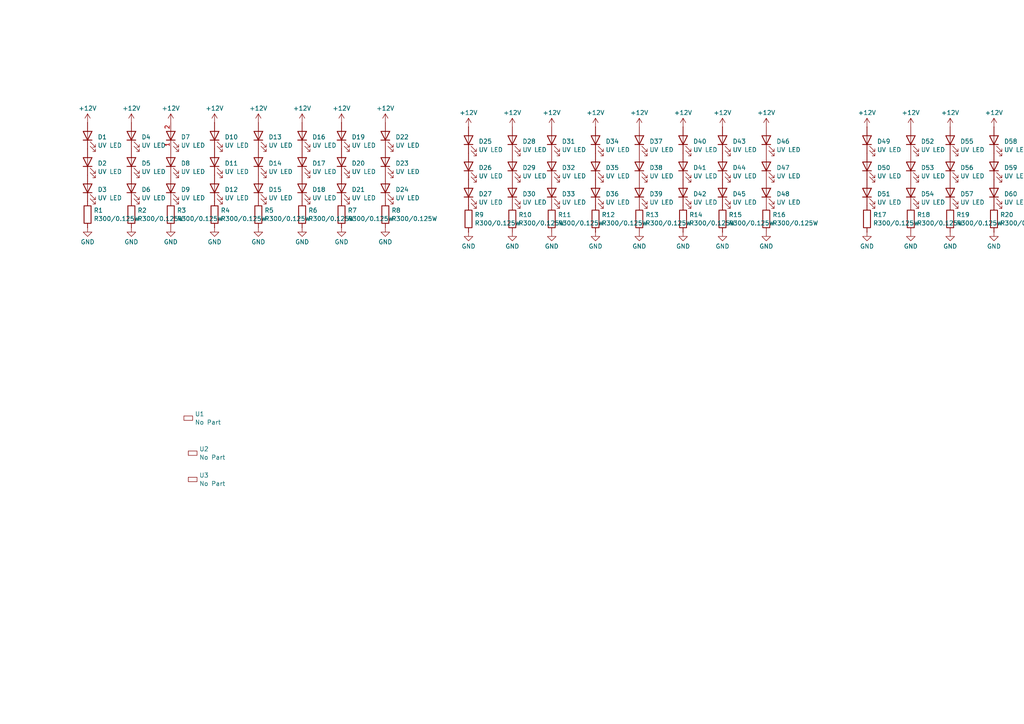
<source format=kicad_sch>
(kicad_sch (version 20231120) (generator "eeschema") (generator_version "8.0")
  (paper "A4")
  (symbol (lib_id "power:+12V") (at 264.16 36.83 0) (unit 1)
    (property "Reference" "#PWR035" (effects (hide yes)))
    (property "Value" "+12V" (at 264.16 32.6969 0))
    (property "Description" "Power symbol creates a global label with name \"+12V\"" (effects (hide yes)))
  )
  (symbol (lib_id "Device:R") (at 373.38 63.5 0) (unit 1)
    (property "Reference" "R25" (at 375.158 62.2878 0) (effects (justify left)))
    (property "Value" "R300/0.125W" (at 375.158 64.7121 0) (effects (justify left)))
    (property "Footprint" "Resistor_SMD:R_0805_2012Metric" (effects (hide yes)))
    (property "Description" "Resistor" (effects (hide yes)))
  )
  (symbol (lib_id "power:GND") (at 288.29 67.31 0) (unit 1)
    (property "Reference" "#PWR040" (effects (hide yes)))
    (property "Value" "GND" (at 288.29 71.4431 0))
    (property "Description" "Power symbol creates a global label with name \"GND\" , ground" (effects (hide yes)))
  )
  (symbol (lib_name "LED_1") (lib_id "Device:LED") (at 49.53 39.37 90) (unit 1)
    (property "Reference" "D7" (at 52.451 39.7453 90) (effects (justify right)))
    (property "Value" "UV LED" (at 52.451 42.1696 90) (effects (justify right)))
    (property "Footprint" "Anyma06:LED_2835_UV-S2-2835UVTA-0.2W" (effects (hide yes)))
    (property "Description" "Light emitting diode" (effects (hide yes)))
    (property "LCSC" "C2827317" (effects (hide yes)))
  )
  (symbol (lib_id "power:+12V") (at 325.12 36.83 0) (unit 1)
    (property "Reference" "#PWR045" (effects (hide yes)))
    (property "Value" "+12V" (at 325.12 32.6969 0))
    (property "Description" "Power symbol creates a global label with name \"+12V\"" (effects (hide yes)))
  )
  (symbol (lib_id "Device:LED") (at 397.51 40.64 90) (unit 1)
    (property "Reference" "D79" (at 400.431 41.0153 90) (effects (justify right)))
    (property "Value" "UV LED" (at 400.431 43.4396 90) (effects (justify right)))
    (property "Footprint" "Anyma06:LED_2835_UV-S2-2835UVTA-0.2W" (effects (hide yes)))
    (property "Description" "Light emitting diode" (effects (hide yes)))
    (property "LCSC" "C2827317" (effects (hide yes)))
  )
  (symbol (lib_id "Device:LED") (at 288.29 48.26 90) (unit 1)
    (property "Reference" "D59" (at 291.211 48.6353 90) (effects (justify right)))
    (property "Value" "UV LED" (at 291.211 51.0596 90) (effects (justify right)))
    (property "Footprint" "Anyma06:LED_2835_UV-S2-2835UVTA-0.2W" (effects (hide yes)))
    (property "Description" "Light emitting diode" (effects (hide yes)))
    (property "LCSC" "C2827317" (effects (hide yes)))
  )
  (symbol (lib_id "Device:LED") (at 74.93 39.37 90) (unit 1)
    (property "Reference" "D13" (at 77.851 39.7453 90) (effects (justify right)))
    (property "Value" "UV LED" (at 77.851 42.1696 90) (effects (justify right)))
    (property "Footprint" "Anyma06:LED_2835_UV-S2-2835UVTA-0.2W" (effects (hide yes)))
    (property "Description" "Light emitting diode" (effects (hide yes)))
    (property "LCSC" "C2827317" (effects (hide yes)))
  )
  (symbol (lib_id "Device:LED") (at 185.42 48.26 90) (unit 1)
    (property "Reference" "D38" (at 188.341 48.6353 90) (effects (justify right)))
    (property "Value" "UV LED" (at 188.341 51.0596 90) (effects (justify right)))
    (property "Footprint" "Anyma06:LED_2835_UV-S2-2835UVTA-0.2W" (effects (hide yes)))
    (property "Description" "Light emitting diode" (effects (hide yes)))
    (property "LCSC" "C2827317" (effects (hide yes)))
  )
  (symbol (lib_id "power:GND") (at 386.08 67.31 0) (unit 1)
    (property "Reference" "#PWR052" (effects (hide yes)))
    (property "Value" "GND" (at 386.08 71.4431 0))
    (property "Description" "Power symbol creates a global label with name \"GND\" , ground" (effects (hide yes)))
  )
  (symbol (lib_id "Device:LED") (at 49.53 46.99 90) (unit 1)
    (property "Reference" "D8" (at 52.451 47.3653 90) (effects (justify right)))
    (property "Value" "UV LED" (at 52.451 49.7896 90) (effects (justify right)))
    (property "Footprint" "Anyma06:LED_2835_UV-S2-2835UVTA-0.2W" (effects (hide yes)))
    (property "Description" "Light emitting diode" (effects (hide yes)))
    (property "LCSC" "C2827317" (effects (hide yes)))
  )
  (symbol (lib_id "Device:LED") (at 313.69 40.64 90) (unit 1)
    (property "Reference" "D64" (at 316.611 41.0153 90) (effects (justify right)))
    (property "Value" "UV LED" (at 316.611 43.4396 90) (effects (justify right)))
    (property "Footprint" "Anyma06:LED_2835_UV-S2-2835UVTA-0.2W" (effects (hide yes)))
    (property "Description" "Light emitting diode" (effects (hide yes)))
    (property "LCSC" "C2827317" (effects (hide yes)))
  )
  (symbol (lib_id "Device:LED") (at 325.12 55.88 90) (unit 1)
    (property "Reference" "D69" (at 328.041 56.2553 90) (effects (justify right)))
    (property "Value" "UV LED" (at 328.041 58.6796 90) (effects (justify right)))
    (property "Footprint" "Anyma06:LED_2835_UV-S2-2835UVTA-0.2W" (effects (hide yes)))
    (property "Description" "Light emitting diode" (effects (hide yes)))
    (property "LCSC" "C2827317" (effects (hide yes)))
  )
  (symbol (lib_id "Device:R") (at 264.16 63.5 0) (unit 1)
    (property "Reference" "R18" (at 265.938 62.2878 0) (effects (justify left)))
    (property "Value" "R300/0.125W" (at 265.938 64.7121 0) (effects (justify left)))
    (property "Footprint" "Resistor_SMD:R_0805_2012Metric" (effects (hide yes)))
    (property "Description" "Resistor" (effects (hide yes)))
  )
  (symbol (lib_id "power:+12V") (at 185.42 36.83 0) (unit 1)
    (property "Reference" "#PWR025" (effects (hide yes)))
    (property "Value" "+12V" (at 185.42 32.6969 0))
    (property "Description" "Power symbol creates a global label with name \"+12V\"" (effects (hide yes)))
  )
  (symbol (lib_id "power:GND") (at 148.59 67.31 0) (unit 1)
    (property "Reference" "#PWR020" (effects (hide yes)))
    (property "Value" "GND" (at 148.59 71.4431 0))
    (property "Description" "Power symbol creates a global label with name \"GND\" , ground" (effects (hide yes)))
  )
  (symbol (lib_id "Device:LED") (at 148.59 48.26 90) (unit 1)
    (property "Reference" "D29" (at 151.511 48.6353 90) (effects (justify right)))
    (property "Value" "UV LED" (at 151.511 51.0596 90) (effects (justify right)))
    (property "Footprint" "Anyma06:LED_2835_UV-S2-2835UVTA-0.2W" (effects (hide yes)))
    (property "Description" "Light emitting diode" (effects (hide yes)))
    (property "LCSC" "C2827317" (effects (hide yes)))
  )
  (symbol (lib_id "power:GND") (at 300.99 67.31 0) (unit 1)
    (property "Reference" "#PWR042" (effects (hide yes)))
    (property "Value" "GND" (at 300.99 71.4431 0))
    (property "Description" "Power symbol creates a global label with name \"GND\" , ground" (effects (hide yes)))
  )
  (symbol (lib_id "Device:R") (at 99.06 62.23 0) (unit 1)
    (property "Reference" "R7" (at 100.838 61.0178 0) (effects (justify left)))
    (property "Value" "R300/0.125W" (at 100.838 63.4421 0) (effects (justify left)))
    (property "Footprint" "Resistor_SMD:R_0805_2012Metric" (effects (hide yes)))
    (property "Description" "Resistor" (effects (hide yes)))
  )
  (symbol (lib_id "power:+12V") (at 87.63 35.56 0) (unit 1)
    (property "Reference" "#PWR011" (effects (hide yes)))
    (property "Value" "+12V" (at 87.63 31.4269 0))
    (property "Description" "Power symbol creates a global label with name \"+12V\"" (effects (hide yes)))
  )
  (symbol (lib_id "power:+12V") (at 38.1 35.56 0) (unit 1)
    (property "Reference" "#PWR03" (effects (hide yes)))
    (property "Value" "+12V" (at 38.1 31.4269 0))
    (property "Description" "Power symbol creates a global label with name \"+12V\"" (effects (hide yes)))
  )
  (symbol (lib_id "power:GND") (at 313.69 67.31 0) (unit 1)
    (property "Reference" "#PWR044" (effects (hide yes)))
    (property "Value" "GND" (at 313.69 71.4431 0))
    (property "Description" "Power symbol creates a global label with name \"GND\" , ground" (effects (hide yes)))
  )
  (symbol (lib_id "power:+12V") (at 99.06 35.56 0) (unit 1)
    (property "Reference" "#PWR013" (effects (hide yes)))
    (property "Value" "+12V" (at 99.06 31.4269 0))
    (property "Description" "Power symbol creates a global label with name \"+12V\"" (effects (hide yes)))
  )
  (symbol (lib_id "Device:LED") (at 111.76 54.61 90) (unit 1)
    (property "Reference" "D24" (at 114.681 54.9853 90) (effects (justify right)))
    (property "Value" "UV LED" (at 114.681 57.4096 90) (effects (justify right)))
    (property "Footprint" "Anyma06:LED_2835_UV-S2-2835UVTA-0.2W" (effects (hide yes)))
    (property "Description" "Light emitting diode" (effects (hide yes)))
    (property "LCSC" "C2827317" (effects (hide yes)))
  )
  (symbol (lib_id "Device:LED") (at 410.21 55.88 90) (unit 1)
    (property "Reference" "D84" (at 413.131 56.2553 90) (effects (justify right)))
    (property "Value" "UV LED" (at 413.131 58.6796 90) (effects (justify right)))
    (property "Footprint" "Anyma06:LED_2835_UV-S2-2835UVTA-0.2W" (effects (hide yes)))
    (property "Description" "Light emitting diode" (effects (hide yes)))
    (property "LCSC" "C2827317" (effects (hide yes)))
  )
  (symbol (lib_id "Device:LED") (at 373.38 40.64 90) (unit 1)
    (property "Reference" "D73" (at 376.301 41.0153 90) (effects (justify right)))
    (property "Value" "UV LED" (at 376.301 43.4396 90) (effects (justify right)))
    (property "Footprint" "Anyma06:LED_2835_UV-S2-2835UVTA-0.2W" (effects (hide yes)))
    (property "Description" "Light emitting diode" (effects (hide yes)))
    (property "LCSC" "C2827317" (effects (hide yes)))
  )
  (symbol (lib_id "Device:LED") (at 135.89 48.26 90) (unit 1)
    (property "Reference" "D26" (at 138.811 48.6353 90) (effects (justify right)))
    (property "Value" "UV LED" (at 138.811 51.0596 90) (effects (justify right)))
    (property "Footprint" "Anyma06:LED_2835_UV-S2-2835UVTA-0.2W" (effects (hide yes)))
    (property "Description" "Light emitting diode" (effects (hide yes)))
    (property "LCSC" "C2827317" (effects (hide yes)))
  )
  (symbol (lib_id "Device:LED") (at 99.06 54.61 90) (unit 1)
    (property "Reference" "D21" (at 101.981 54.9853 90) (effects (justify right)))
    (property "Value" "UV LED" (at 101.981 57.4096 90) (effects (justify right)))
    (property "Footprint" "Anyma06:LED_2835_UV-S2-2835UVTA-0.2W" (effects (hide yes)))
    (property "Description" "Light emitting diode" (effects (hide yes)))
    (property "LCSC" "C2827317" (effects (hide yes)))
  )
  (symbol (lib_id "Device:LED") (at 148.59 40.64 90) (unit 1)
    (property "Reference" "D28" (at 151.511 41.0153 90) (effects (justify right)))
    (property "Value" "UV LED" (at 151.511 43.4396 90) (effects (justify right)))
    (property "Footprint" "Anyma06:LED_2835_UV-S2-2835UVTA-0.2W" (effects (hide yes)))
    (property "Description" "Light emitting diode" (effects (hide yes)))
    (property "LCSC" "C2827317" (effects (hide yes)))
  )
  (symbol (lib_id "power:GND") (at 443.23 35.56 0) (unit 1)
    (property "Reference" "#PWR058" (effects (hide yes)))
    (property "Value" "GND" (at 443.23 39.6931 0))
    (property "Description" "Power symbol creates a global label with name \"GND\" , ground" (effects (hide yes)))
  )
  (symbol (lib_id "power:GND") (at 222.25 67.31 0) (unit 1)
    (property "Reference" "#PWR032" (effects (hide yes)))
    (property "Value" "GND" (at 222.25 71.4431 0))
    (property "Description" "Power symbol creates a global label with name \"GND\" , ground" (effects (hide yes)))
  )
  (symbol (lib_id "power:GND") (at 25.4 66.04 0) (unit 1)
    (property "Reference" "#PWR02" (effects (hide yes)))
    (property "Value" "GND" (at 25.4 70.1731 0))
    (property "Description" "Power symbol creates a global label with name \"GND\" , ground" (effects (hide yes)))
  )
  (symbol (lib_id "power:GND") (at 397.51 67.31 0) (unit 1)
    (property "Reference" "#PWR054" (effects (hide yes)))
    (property "Value" "GND" (at 397.51 71.4431 0))
    (property "Description" "Power symbol creates a global label with name \"GND\" , ground" (effects (hide yes)))
  )
  (symbol (lib_id "Device:R") (at 49.53 62.23 0) (unit 1)
    (property "Reference" "R3" (at 51.308 61.0178 0) (effects (justify left)))
    (property "Value" "R300/0.125W" (at 51.308 63.4421 0) (effects (justify left)))
    (property "Footprint" "Resistor_SMD:R_0805_2012Metric" (effects (hide yes)))
    (property "Description" "Resistor" (effects (hide yes)))
  )
  (symbol (lib_id "power:+12V") (at 468.63 49.53 0) (unit 1)
    (property "Reference" "#PWR063" (effects (hide yes)))
    (property "Value" "+12V" (at 468.63 45.3969 0))
    (property "Description" "Power symbol creates a global label with name \"+12V\"" (effects (hide yes)))
  )
  (symbol (lib_id "power:+12V") (at 62.23 35.56 0) (unit 1)
    (property "Reference" "#PWR07" (effects (hide yes)))
    (property "Value" "+12V" (at 62.23 31.4269 0))
    (property "Description" "Power symbol creates a global label with name \"+12V\"" (effects (hide yes)))
  )
  (symbol (lib_id "Device:LED") (at 209.55 55.88 90) (unit 1)
    (property "Reference" "D45" (at 212.471 56.2553 90) (effects (justify right)))
    (property "Value" "UV LED" (at 212.471 58.6796 90) (effects (justify right)))
    (property "Footprint" "Anyma06:LED_2835_UV-S2-2835UVTA-0.2W" (effects (hide yes)))
    (property "Description" "Light emitting diode" (effects (hide yes)))
    (property "LCSC" "C2827317" (effects (hide yes)))
  )
  (symbol (lib_id "power:+12V") (at 288.29 36.83 0) (unit 1)
    (property "Reference" "#PWR039" (effects (hide yes)))
    (property "Value" "+12V" (at 288.29 32.6969 0))
    (property "Description" "Power symbol creates a global label with name \"+12V\"" (effects (hide yes)))
  )
  (symbol (lib_id "Device:R") (at 25.4 62.23 0) (unit 1)
    (property "Reference" "R1" (at 27.178 61.0178 0) (effects (justify left)))
    (property "Value" "R300/0.125W" (at 27.178 63.4421 0) (effects (justify left)))
    (property "Footprint" "Resistor_SMD:R_0805_2012Metric" (effects (hide yes)))
    (property "Description" "Resistor" (effects (hide yes)))
  )
  (symbol (lib_id "power:+12V") (at 337.82 36.83 0) (unit 1)
    (property "Reference" "#PWR047" (effects (hide yes)))
    (property "Value" "+12V" (at 337.82 32.6969 0))
    (property "Description" "Power symbol creates a global label with name \"+12V\"" (effects (hide yes)))
  )
  (symbol (lib_id "Device:LED") (at 325.12 40.64 90) (unit 1)
    (property "Reference" "D67" (at 328.041 41.0153 90) (effects (justify right)))
    (property "Value" "UV LED" (at 328.041 43.4396 90) (effects (justify right)))
    (property "Footprint" "Anyma06:LED_2835_UV-S2-2835UVTA-0.2W" (effects (hide yes)))
    (property "Description" "Light emitting diode" (effects (hide yes)))
    (property "LCSC" "C2827317" (effects (hide yes)))
  )
  (symbol (lib_id "Device:LED") (at 300.99 48.26 90) (unit 1)
    (property "Reference" "D62" (at 303.911 48.6353 90) (effects (justify right)))
    (property "Value" "UV LED" (at 303.911 51.0596 90) (effects (justify right)))
    (property "Footprint" "Anyma06:LED_2835_UV-S2-2835UVTA-0.2W" (effects (hide yes)))
    (property "Description" "Light emitting diode" (effects (hide yes)))
    (property "LCSC" "C2827317" (effects (hide yes)))
  )
  (symbol (lib_id "Connector_Generic:Conn_01x02") (at 473.71 33.02 0) (unit 1)
    (property "Reference" "J3" (at 475.742 33.0778 0) (effects (justify left)))
    (property "Value" "No Part" (at 475.742 35.5021 0) (effects (justify left)))
    (property "Footprint" "Anyma06:ComboPinhead_02" (effects (hide yes)))
    (property "Description" "Generic connector, single row, 01x02, script generated (kicad-library-utils/schlib/autogen/connector/)" (effects (hide yes)))
  )
  (symbol (lib_id "power:GND") (at 49.53 66.04 0) (unit 1)
    (property "Reference" "#PWR06" (effects (hide yes)))
    (property "Value" "GND" (at 49.53 70.1731 0))
    (property "Description" "Power symbol creates a global label with name \"GND\" , ground" (effects (hide yes)))
  )
  (symbol (lib_id "power:GND") (at 443.23 52.07 0) (unit 1)
    (property "Reference" "#PWR060" (effects (hide yes)))
    (property "Value" "GND" (at 443.23 56.2031 0))
    (property "Description" "Power symbol creates a global label with name \"GND\" , ground" (effects (hide yes)))
  )
  (symbol (lib_id "Device:R") (at 313.69 63.5 0) (unit 1)
    (property "Reference" "R22" (at 315.468 62.2878 0) (effects (justify left)))
    (property "Value" "R300/0.125W" (at 315.468 64.7121 0) (effects (justify left)))
    (property "Footprint" "Resistor_SMD:R_0805_2012Metric" (effects (hide yes)))
    (property "Description" "Resistor" (effects (hide yes)))
  )
  (symbol (lib_id "Device:LED") (at 62.23 54.61 90) (unit 1)
    (property "Reference" "D12" (at 65.151 54.9853 90) (effects (justify right)))
    (property "Value" "UV LED" (at 65.151 57.4096 90) (effects (justify right)))
    (property "Footprint" "Anyma06:LED_2835_UV-S2-2835UVTA-0.2W" (effects (hide yes)))
    (property "Description" "Light emitting diode" (effects (hide yes)))
    (property "LCSC" "C2827317" (effects (hide yes)))
  )
  (symbol (lib_id "Device:LED") (at 275.59 48.26 90) (unit 1)
    (property "Reference" "D56" (at 278.511 48.6353 90) (effects (justify right)))
    (property "Value" "UV LED" (at 278.511 51.0596 90) (effects (justify right)))
    (property "Footprint" "Anyma06:LED_2835_UV-S2-2835UVTA-0.2W" (effects (hide yes)))
    (property "Description" "Light emitting diode" (effects (hide yes)))
    (property "LCSC" "C2827317" (effects (hide yes)))
  )
  (symbol (lib_id "power:GND") (at 38.1 66.04 0) (unit 1)
    (property "Reference" "#PWR04" (effects (hide yes)))
    (property "Value" "GND" (at 38.1 70.1731 0))
    (property "Description" "Power symbol creates a global label with name \"GND\" , ground" (effects (hide yes)))
  )
  (symbol (lib_id "Device:R") (at 410.21 63.5 0) (unit 1)
    (property "Reference" "R28" (at 411.988 62.2878 0) (effects (justify left)))
    (property "Value" "R300/0.125W" (at 411.988 64.7121 0) (effects (justify left)))
    (property "Footprint" "Resistor_SMD:R_0805_2012Metric" (effects (hide yes)))
    (property "Description" "Resistor" (effects (hide yes)))
  )
  (symbol (lib_id "Device:LED") (at 99.06 39.37 90) (unit 1)
    (property "Reference" "D19" (at 101.981 39.7453 90) (effects (justify right)))
    (property "Value" "UV LED" (at 101.981 42.1696 90) (effects (justify right)))
    (property "Footprint" "Anyma06:LED_2835_UV-S2-2835UVTA-0.2W" (effects (hide yes)))
    (property "Description" "Light emitting diode" (effects (hide yes)))
    (property "LCSC" "C2827317" (effects (hide yes)))
  )
  (symbol (lib_id "Device:LED") (at 251.46 40.64 90) (unit 1)
    (property "Reference" "D49" (at 254.381 41.0153 90) (effects (justify right)))
    (property "Value" "UV LED" (at 254.381 43.4396 90) (effects (justify right)))
    (property "Footprint" "Anyma06:LED_2835_UV-S2-2835UVTA-0.2W" (effects (hide yes)))
    (property "Description" "Light emitting diode" (effects (hide yes)))
    (property "LCSC" "C2827317" (effects (hide yes)))
  )
  (symbol (lib_id "Device:LED") (at 386.08 55.88 90) (unit 1)
    (property "Reference" "D78" (at 389.001 56.2553 90) (effects (justify right)))
    (property "Value" "UV LED" (at 389.001 58.6796 90) (effects (justify right)))
    (property "Footprint" "Anyma06:LED_2835_UV-S2-2835UVTA-0.2W" (effects (hide yes)))
    (property "Description" "Light emitting diode" (effects (hide yes)))
    (property "LCSC" "C2827317" (effects (hide yes)))
  )
  (symbol (lib_id "Device:R") (at 198.12 63.5 0) (unit 1)
    (property "Reference" "R14" (at 199.898 62.2878 0) (effects (justify left)))
    (property "Value" "R300/0.125W" (at 199.898 64.7121 0) (effects (justify left)))
    (property "Footprint" "Resistor_SMD:R_0805_2012Metric" (effects (hide yes)))
    (property "Description" "Resistor" (effects (hide yes)))
  )
  (symbol (lib_id "Device:R") (at 275.59 63.5 0) (unit 1)
    (property "Reference" "R19" (at 277.368 62.2878 0) (effects (justify left)))
    (property "Value" "R300/0.125W" (at 277.368 64.7121 0) (effects (justify left)))
    (property "Footprint" "Resistor_SMD:R_0805_2012Metric" (effects (hide yes)))
    (property "Description" "Resistor" (effects (hide yes)))
  )
  (symbol (lib_id "Device:R") (at 251.46 63.5 0) (unit 1)
    (property "Reference" "R17" (at 253.238 62.2878 0) (effects (justify left)))
    (property "Value" "R300/0.125W" (at 253.238 64.7121 0) (effects (justify left)))
    (property "Footprint" "Resistor_SMD:R_0805_2012Metric" (effects (hide yes)))
    (property "Description" "Resistor" (effects (hide yes)))
  )
  (symbol (lib_id "Device:LED") (at 74.93 46.99 90) (unit 1)
    (property "Reference" "D14" (at 77.851 47.3653 90) (effects (justify right)))
    (property "Value" "UV LED" (at 77.851 49.7896 90) (effects (justify right)))
    (property "Footprint" "Anyma06:LED_2835_UV-S2-2835UVTA-0.2W" (effects (hide yes)))
    (property "Description" "Light emitting diode" (effects (hide yes)))
    (property "LCSC" "C2827317" (effects (hide yes)))
  )
  (symbol (lib_id "Device:R") (at 172.72 63.5 0) (unit 1)
    (property "Reference" "R12" (at 174.498 62.2878 0) (effects (justify left)))
    (property "Value" "R300/0.125W" (at 174.498 64.7121 0) (effects (justify left)))
    (property "Footprint" "Resistor_SMD:R_0805_2012Metric" (effects (hide yes)))
    (property "Description" "Resistor" (effects (hide yes)))
  )
  (symbol (lib_id "power:GND") (at 87.63 66.04 0) (unit 1)
    (property "Reference" "#PWR012" (effects (hide yes)))
    (property "Value" "GND" (at 87.63 70.1731 0))
    (property "Description" "Power symbol creates a global label with name \"GND\" , ground" (effects (hide yes)))
  )
  (symbol (lib_id "power:GND") (at 275.59 67.31 0) (unit 1)
    (property "Reference" "#PWR038" (effects (hide yes)))
    (property "Value" "GND" (at 275.59 71.4431 0))
    (property "Description" "Power symbol creates a global label with name \"GND\" , ground" (effects (hide yes)))
  )
  (symbol (lib_id "Device:R") (at 222.25 63.5 0) (unit 1)
    (property "Reference" "R16" (at 224.028 62.2878 0) (effects (justify left)))
    (property "Value" "R300/0.125W" (at 224.028 64.7121 0) (effects (justify left)))
    (property "Footprint" "Resistor_SMD:R_0805_2012Metric" (effects (hide yes)))
    (property "Description" "Resistor" (effects (hide yes)))
  )
  (symbol (lib_id "Device:LED") (at 148.59 55.88 90) (unit 1)
    (property "Reference" "D30" (at 151.511 56.2553 90) (effects (justify right)))
    (property "Value" "UV LED" (at 151.511 58.6796 90) (effects (justify right)))
    (property "Footprint" "Anyma06:LED_2835_UV-S2-2835UVTA-0.2W" (effects (hide yes)))
    (property "Description" "Light emitting diode" (effects (hide yes)))
    (property "LCSC" "C2827317" (effects (hide yes)))
  )
  (symbol (lib_id "Device:R") (at 185.42 63.5 0) (unit 1)
    (property "Reference" "R13" (at 187.198 62.2878 0) (effects (justify left)))
    (property "Value" "R300/0.125W" (at 187.198 64.7121 0) (effects (justify left)))
    (property "Footprint" "Resistor_SMD:R_0805_2012Metric" (effects (hide yes)))
    (property "Description" "Resistor" (effects (hide yes)))
  )
  (symbol (lib_id "Device:LED") (at 25.4 39.37 90) (unit 1)
    (property "Reference" "D1" (at 28.321 39.7453 90) (effects (justify right)))
    (property "Value" "UV LED" (at 28.321 42.1696 90) (effects (justify right)))
    (property "Footprint" "Anyma06:LED_2835_UV-S2-2835UVTA-0.2W" (effects (hide yes)))
    (property "Description" "Light emitting diode" (effects (hide yes)))
    (property "LCSC" "C2827317" (effects (hide yes)))
  )
  (symbol (lib_id "Device:R") (at 209.55 63.5 0) (unit 1)
    (property "Reference" "R15" (at 211.328 62.2878 0) (effects (justify left)))
    (property "Value" "R300/0.125W" (at 211.328 64.7121 0) (effects (justify left)))
    (property "Footprint" "Resistor_SMD:R_0805_2012Metric" (effects (hide yes)))
    (property "Description" "Resistor" (effects (hide yes)))
  )
  (symbol (lib_id "Device:LED") (at 373.38 55.88 90) (unit 1)
    (property "Reference" "D75" (at 376.301 56.2553 90) (effects (justify right)))
    (property "Value" "UV LED" (at 376.301 58.6796 90) (effects (justify right)))
    (property "Footprint" "Anyma06:LED_2835_UV-S2-2835UVTA-0.2W" (effects (hide yes)))
    (property "Description" "Light emitting diode" (effects (hide yes)))
    (property "LCSC" "C2827317" (effects (hide yes)))
  )
  (symbol (lib_id "Device:LED") (at 38.1 54.61 90) (unit 1)
    (property "Reference" "D6" (at 41.021 54.9853 90) (effects (justify right)))
    (property "Value" "UV LED" (at 41.021 57.4096 90) (effects (justify right)))
    (property "Footprint" "Anyma06:LED_2835_UV-S2-2835UVTA-0.2W" (effects (hide yes)))
    (property "Description" "Light emitting diode" (effects (hide yes)))
    (property "LCSC" "C2827317" (effects (hide yes)))
  )
  (symbol (lib_id "Device:LED") (at 300.99 40.64 90) (unit 1)
    (property "Reference" "D61" (at 303.911 41.0153 90) (effects (justify right)))
    (property "Value" "UV LED" (at 303.911 43.4396 90) (effects (justify right)))
    (property "Footprint" "Anyma06:LED_2835_UV-S2-2835UVTA-0.2W" (effects (hide yes)))
    (property "Description" "Light emitting diode" (effects (hide yes)))
    (property "LCSC" "C2827317" (effects (hide yes)))
  )
  (symbol (lib_id "power:+12V") (at 313.69 36.83 0) (unit 1)
    (property "Reference" "#PWR043" (effects (hide yes)))
    (property "Value" "+12V" (at 313.69 32.6969 0))
    (property "Description" "Power symbol creates a global label with name \"+12V\"" (effects (hide yes)))
  )
  (symbol (lib_id "Device:LED") (at 251.46 48.26 90) (unit 1)
    (property "Reference" "D50" (at 254.381 48.6353 90) (effects (justify right)))
    (property "Value" "UV LED" (at 254.381 51.0596 90) (effects (justify right)))
    (property "Footprint" "Anyma06:LED_2835_UV-S2-2835UVTA-0.2W" (effects (hide yes)))
    (property "Description" "Light emitting diode" (effects (hide yes)))
    (property "LCSC" "C2827317" (effects (hide yes)))
  )
  (symbol (lib_id "power:+12V") (at 275.59 36.83 0) (unit 1)
    (property "Reference" "#PWR037" (effects (hide yes)))
    (property "Value" "+12V" (at 275.59 32.6969 0))
    (property "Description" "Power symbol creates a global label with name \"+12V\"" (effects (hide yes)))
  )
  (symbol (lib_id "power:+12V") (at 410.21 36.83 0) (unit 1)
    (property "Reference" "#PWR055" (effects (hide yes)))
    (property "Value" "+12V" (at 410.21 32.6969 0))
    (property "Description" "Power symbol creates a global label with name \"+12V\"" (effects (hide yes)))
  )
  (symbol (lib_id "Device:LED") (at 313.69 55.88 90) (unit 1)
    (property "Reference" "D66" (at 316.611 56.2553 90) (effects (justify right)))
    (property "Value" "UV LED" (at 316.611 58.6796 90) (effects (justify right)))
    (property "Footprint" "Anyma06:LED_2835_UV-S2-2835UVTA-0.2W" (effects (hide yes)))
    (property "Description" "Light emitting diode" (effects (hide yes)))
    (property "LCSC" "C2827317" (effects (hide yes)))
  )
  (symbol (lib_id "Device:R") (at 337.82 63.5 0) (unit 1)
    (property "Reference" "R24" (at 339.598 62.2878 0) (effects (justify left)))
    (property "Value" "R300/0.125W" (at 339.598 64.7121 0) (effects (justify left)))
    (property "Footprint" "Resistor_SMD:R_0805_2012Metric" (effects (hide yes)))
    (property "Description" "Resistor" (effects (hide yes)))
  )
  (symbol (lib_id "power:+12V") (at 443.23 49.53 0) (unit 1)
    (property "Reference" "#PWR059" (effects (hide yes)))
    (property "Value" "+12V" (at 443.23 45.3969 0))
    (property "Description" "Power symbol creates a global label with name \"+12V\"" (effects (hide yes)))
  )
  (symbol (lib_id "power:+12V") (at 135.89 36.83 0) (unit 1)
    (property "Reference" "#PWR017" (effects (hide yes)))
    (property "Value" "+12V" (at 135.89 32.6969 0))
    (property "Description" "Power symbol creates a global label with name \"+12V\"" (effects (hide yes)))
  )
  (symbol (lib_id "Device:LED") (at 325.12 48.26 90) (unit 1)
    (property "Reference" "D68" (at 328.041 48.6353 90) (effects (justify right)))
    (property "Value" "UV LED" (at 328.041 51.0596 90) (effects (justify right)))
    (property "Footprint" "Anyma06:LED_2835_UV-S2-2835UVTA-0.2W" (effects (hide yes)))
    (property "Description" "Light emitting diode" (effects (hide yes)))
    (property "LCSC" "C2827317" (effects (hide yes)))
  )
  (symbol (lib_id "Device:R") (at 38.1 62.23 0) (unit 1)
    (property "Reference" "R2" (at 39.878 61.0178 0) (effects (justify left)))
    (property "Value" "R300/0.125W" (at 39.878 63.4421 0) (effects (justify left)))
    (property "Footprint" "Resistor_SMD:R_0805_2012Metric" (effects (hide yes)))
    (property "Description" "Resistor" (effects (hide yes)))
  )
  (symbol (lib_id "Device:LED") (at 87.63 39.37 90) (unit 1)
    (property "Reference" "D16" (at 90.551 39.7453 90) (effects (justify right)))
    (property "Value" "UV LED" (at 90.551 42.1696 90) (effects (justify right)))
    (property "Footprint" "Anyma06:LED_2835_UV-S2-2835UVTA-0.2W" (effects (hide yes)))
    (property "Description" "Light emitting diode" (effects (hide yes)))
    (property "LCSC" "C2827317" (effects (hide yes)))
  )
  (symbol (lib_id "Device:LED") (at 397.51 55.88 90) (unit 1)
    (property "Reference" "D81" (at 400.431 56.2553 90) (effects (justify right)))
    (property "Value" "UV LED" (at 400.431 58.6796 90) (effects (justify right)))
    (property "Footprint" "Anyma06:LED_2835_UV-S2-2835UVTA-0.2W" (effects (hide yes)))
    (property "Description" "Light emitting diode" (effects (hide yes)))
    (property "LCSC" "C2827317" (effects (hide yes)))
  )
  (symbol (lib_id "Device:LED") (at 135.89 55.88 90) (unit 1)
    (property "Reference" "D27" (at 138.811 56.2553 90) (effects (justify right)))
    (property "Value" "UV LED" (at 138.811 58.6796 90) (effects (justify right)))
    (property "Footprint" "Anyma06:LED_2835_UV-S2-2835UVTA-0.2W" (effects (hide yes)))
    (property "Description" "Light emitting diode" (effects (hide yes)))
    (property "LCSC" "C2827317" (effects (hide yes)))
  )
  (symbol (lib_id "power:GND") (at 172.72 67.31 0) (unit 1)
    (property "Reference" "#PWR024" (effects (hide yes)))
    (property "Value" "GND" (at 172.72 71.4431 0))
    (property "Description" "Power symbol creates a global label with name \"GND\" , ground" (effects (hide yes)))
  )
  (symbol (lib_id "power:+12V") (at 49.53 35.56 0) (unit 1)
    (property "Reference" "#PWR05" (effects (hide yes)))
    (property "Value" "+12V" (at 49.53 31.4269 0))
    (property "Description" "Power symbol creates a global label with name \"+12V\"" (effects (hide yes)))
  )
  (symbol (lib_id "Device:LED") (at 160.02 55.88 90) (unit 1)
    (property "Reference" "D33" (at 162.941 56.2553 90) (effects (justify right)))
    (property "Value" "UV LED" (at 162.941 58.6796 90) (effects (justify right)))
    (property "Footprint" "Anyma06:LED_2835_UV-S2-2835UVTA-0.2W" (effects (hide yes)))
    (property "Description" "Light emitting diode" (effects (hide yes)))
    (property "LCSC" "C2827317" (effects (hide yes)))
  )
  (symbol (lib_id "power:+12V") (at 111.76 35.56 0) (unit 1)
    (property "Reference" "#PWR015" (effects (hide yes)))
    (property "Value" "+12V" (at 111.76 31.4269 0))
    (property "Description" "Power symbol creates a global label with name \"+12V\"" (effects (hide yes)))
  )
  (symbol (lib_id "power:+12V") (at 209.55 36.83 0) (unit 1)
    (property "Reference" "#PWR029" (effects (hide yes)))
    (property "Value" "+12V" (at 209.55 32.6969 0))
    (property "Description" "Power symbol creates a global label with name \"+12V\"" (effects (hide yes)))
  )
  (symbol (lib_id "Device:R") (at 74.93 62.23 0) (unit 1)
    (property "Reference" "R5" (at 76.708 61.0178 0) (effects (justify left)))
    (property "Value" "R300/0.125W" (at 76.708 63.4421 0) (effects (justify left)))
    (property "Footprint" "Resistor_SMD:R_0805_2012Metric" (effects (hide yes)))
    (property "Description" "Resistor" (effects (hide yes)))
  )
  (symbol (lib_id "Anyma_Library:LOGO") (at 54.61 123.19 0) (unit 1)
    (property "Reference" "U1" (at 56.515 120.0728 0) (effects (justify left)))
    (property "Value" "No Part" (at 56.515 122.4971 0) (effects (justify left)))
    (property "Footprint" "anyma_footprints:logo_aetz_box" (effects (hide yes)))
  )
  (symbol (lib_id "Connector_Generic:Conn_01x02") (at 473.71 49.53 0) (unit 1)
    (property "Reference" "J4" (at 475.742 49.5878 0) (effects (justify left)))
    (property "Value" "No Part" (at 475.742 52.0121 0) (effects (justify left)))
    (property "Footprint" "Anyma06:ComboPinhead_02" (effects (hide yes)))
    (property "Description" "Generic connector, single row, 01x02, script generated (kicad-library-utils/schlib/autogen/connector/)" (effects (hide yes)))
  )
  (symbol (lib_id "Device:LED") (at 49.53 54.61 90) (unit 1)
    (property "Reference" "D9" (at 52.451 54.9853 90) (effects (justify right)))
    (property "Value" "UV LED" (at 52.451 57.4096 90) (effects (justify right)))
    (property "Footprint" "Anyma06:LED_2835_UV-S2-2835UVTA-0.2W" (effects (hide yes)))
    (property "Description" "Light emitting diode" (effects (hide yes)))
    (property "LCSC" "C2827317" (effects (hide yes)))
  )
  (symbol (lib_id "Device:LED") (at 87.63 54.61 90) (unit 1)
    (property "Reference" "D18" (at 90.551 54.9853 90) (effects (justify right)))
    (property "Value" "UV LED" (at 90.551 57.4096 90) (effects (justify right)))
    (property "Footprint" "Anyma06:LED_2835_UV-S2-2835UVTA-0.2W" (effects (hide yes)))
    (property "Description" "Light emitting diode" (effects (hide yes)))
    (property "LCSC" "C2827317" (effects (hide yes)))
  )
  (symbol (lib_id "Device:LED") (at 185.42 40.64 90) (unit 1)
    (property "Reference" "D37" (at 188.341 41.0153 90) (effects (justify right)))
    (property "Value" "UV LED" (at 188.341 43.4396 90) (effects (justify right)))
    (property "Footprint" "Anyma06:LED_2835_UV-S2-2835UVTA-0.2W" (effects (hide yes)))
    (property "Description" "Light emitting diode" (effects (hide yes)))
    (property "LCSC" "C2827317" (effects (hide yes)))
  )
  (symbol (lib_id "power:GND") (at 410.21 67.31 0) (unit 1)
    (property "Reference" "#PWR056" (effects (hide yes)))
    (property "Value" "GND" (at 410.21 71.4431 0))
    (property "Description" "Power symbol creates a global label with name \"GND\" , ground" (effects (hide yes)))
  )
  (symbol (lib_id "Device:LED") (at 135.89 40.64 90) (unit 1)
    (property "Reference" "D25" (at 138.811 41.0153 90) (effects (justify right)))
    (property "Value" "UV LED" (at 138.811 43.4396 90) (effects (justify right)))
    (property "Footprint" "Anyma06:LED_2835_UV-S2-2835UVTA-0.2W" (effects (hide yes)))
    (property "Description" "Light emitting diode" (effects (hide yes)))
    (property "LCSC" "C2827317" (effects (hide yes)))
  )
  (symbol (lib_id "Device:LED") (at 62.23 39.37 90) (unit 1)
    (property "Reference" "D10" (at 65.151 39.7453 90) (effects (justify right)))
    (property "Value" "UV LED" (at 65.151 42.1696 90) (effects (justify right)))
    (property "Footprint" "Anyma06:LED_2835_UV-S2-2835UVTA-0.2W" (effects (hide yes)))
    (property "Description" "Light emitting diode" (effects (hide yes)))
    (property "LCSC" "C2827317" (effects (hide yes)))
  )
  (symbol (lib_id "Connector_Generic:Conn_01x02") (at 448.31 49.53 0) (unit 1)
    (property "Reference" "J2" (at 450.342 49.5878 0) (effects (justify left)))
    (property "Value" "No Part" (at 450.342 52.0121 0) (effects (justify left)))
    (property "Footprint" "Anyma06:ComboPinhead_02" (effects (hide yes)))
    (property "Description" "Generic connector, single row, 01x02, script generated (kicad-library-utils/schlib/autogen/connector/)" (effects (hide yes)))
  )
  (symbol (lib_id "Device:LED") (at 410.21 48.26 90) (unit 1)
    (property "Reference" "D83" (at 413.131 48.6353 90) (effects (justify right)))
    (property "Value" "UV LED" (at 413.131 51.0596 90) (effects (justify right)))
    (property "Footprint" "Anyma06:LED_2835_UV-S2-2835UVTA-0.2W" (effects (hide yes)))
    (property "Description" "Light emitting diode" (effects (hide yes)))
    (property "LCSC" "C2827317" (effects (hide yes)))
  )
  (symbol (lib_id "Device:LED") (at 222.25 48.26 90) (unit 1)
    (property "Reference" "D47" (at 225.171 48.6353 90) (effects (justify right)))
    (property "Value" "UV LED" (at 225.171 51.0596 90) (effects (justify right)))
    (property "Footprint" "Anyma06:LED_2835_UV-S2-2835UVTA-0.2W" (effects (hide yes)))
    (property "Description" "Light emitting diode" (effects (hide yes)))
    (property "LCSC" "C2827317" (effects (hide yes)))
  )
  (symbol (lib_id "power:GND") (at 99.06 66.04 0) (unit 1)
    (property "Reference" "#PWR014" (effects (hide yes)))
    (property "Value" "GND" (at 99.06 70.1731 0))
    (property "Description" "Power symbol creates a global label with name \"GND\" , ground" (effects (hide yes)))
  )
  (symbol (lib_id "Device:LED") (at 111.76 46.99 90) (unit 1)
    (property "Reference" "D23" (at 114.681 47.3653 90) (effects (justify right)))
    (property "Value" "UV LED" (at 114.681 49.7896 90) (effects (justify right)))
    (property "Footprint" "Anyma06:LED_2835_UV-S2-2835UVTA-0.2W" (effects (hide yes)))
    (property "Description" "Light emitting diode" (effects (hide yes)))
    (property "LCSC" "C2827317" (effects (hide yes)))
  )
  (symbol (lib_id "Device:LED") (at 25.4 46.99 90) (unit 1)
    (property "Reference" "D2" (at 28.321 47.3653 90) (effects (justify right)))
    (property "Value" "UV LED" (at 28.321 49.7896 90) (effects (justify right)))
    (property "Footprint" "Anyma06:LED_2835_UV-S2-2835UVTA-0.2W" (effects (hide yes)))
    (property "Description" "Light emitting diode" (effects (hide yes)))
    (property "LCSC" "C2827317" (effects (hide yes)))
  )
  (symbol (lib_id "Device:LED") (at 337.82 48.26 90) (unit 1)
    (property "Reference" "D71" (at 340.741 48.6353 90) (effects (justify right)))
    (property "Value" "UV LED" (at 340.741 51.0596 90) (effects (justify right)))
    (property "Footprint" "Anyma06:LED_2835_UV-S2-2835UVTA-0.2W" (effects (hide yes)))
    (property "Description" "Light emitting diode" (effects (hide yes)))
    (property "LCSC" "C2827317" (effects (hide yes)))
  )
  (symbol (lib_id "power:+12V") (at 222.25 36.83 0) (unit 1)
    (property "Reference" "#PWR031" (effects (hide yes)))
    (property "Value" "+12V" (at 222.25 32.6969 0))
    (property "Description" "Power symbol creates a global label with name \"+12V\"" (effects (hide yes)))
  )
  (symbol (lib_id "power:+12V") (at 198.12 36.83 0) (unit 1)
    (property "Reference" "#PWR027" (effects (hide yes)))
    (property "Value" "+12V" (at 198.12 32.6969 0))
    (property "Description" "Power symbol creates a global label with name \"+12V\"" (effects (hide yes)))
  )
  (symbol (lib_id "Connector_Generic:Conn_01x02") (at 448.31 33.02 0) (unit 1)
    (property "Reference" "J1" (at 450.342 33.0778 0) (effects (justify left)))
    (property "Value" "No Part" (at 450.342 35.5021 0) (effects (justify left)))
    (property "Footprint" "Anyma06:ComboPinhead_02" (effects (hide yes)))
    (property "Description" "Generic connector, single row, 01x02, script generated (kicad-library-utils/schlib/autogen/connector/)" (effects (hide yes)))
  )
  (symbol (lib_id "Device:LED") (at 172.72 48.26 90) (unit 1)
    (property "Reference" "D35" (at 175.641 48.6353 90) (effects (justify right)))
    (property "Value" "UV LED" (at 175.641 51.0596 90) (effects (justify right)))
    (property "Footprint" "Anyma06:LED_2835_UV-S2-2835UVTA-0.2W" (effects (hide yes)))
    (property "Description" "Light emitting diode" (effects (hide yes)))
    (property "LCSC" "C2827317" (effects (hide yes)))
  )
  (symbol (lib_id "power:GND") (at 251.46 67.31 0) (unit 1)
    (property "Reference" "#PWR034" (effects (hide yes)))
    (property "Value" "GND" (at 251.46 71.4431 0))
    (property "Description" "Power symbol creates a global label with name \"GND\" , ground" (effects (hide yes)))
  )
  (symbol (lib_id "Device:LED") (at 185.42 55.88 90) (unit 1)
    (property "Reference" "D39" (at 188.341 56.2553 90) (effects (justify right)))
    (property "Value" "UV LED" (at 188.341 58.6796 90) (effects (justify right)))
    (property "Footprint" "Anyma06:LED_2835_UV-S2-2835UVTA-0.2W" (effects (hide yes)))
    (property "Description" "Light emitting diode" (effects (hide yes)))
    (property "LCSC" "C2827317" (effects (hide yes)))
  )
  (symbol (lib_id "Device:LED") (at 264.16 48.26 90) (unit 1)
    (property "Reference" "D53" (at 267.081 48.6353 90) (effects (justify right)))
    (property "Value" "UV LED" (at 267.081 51.0596 90) (effects (justify right)))
    (property "Footprint" "Anyma06:LED_2835_UV-S2-2835UVTA-0.2W" (effects (hide yes)))
    (property "Description" "Light emitting diode" (effects (hide yes)))
    (property "LCSC" "C2827317" (effects (hide yes)))
  )
  (symbol (lib_id "power:GND") (at 325.12 67.31 0) (unit 1)
    (property "Reference" "#PWR046" (effects (hide yes)))
    (property "Value" "GND" (at 325.12 71.4431 0))
    (property "Description" "Power symbol creates a global label with name \"GND\" , ground" (effects (hide yes)))
  )
  (symbol (lib_id "Device:LED") (at 198.12 55.88 90) (unit 1)
    (property "Reference" "D42" (at 201.041 56.2553 90) (effects (justify right)))
    (property "Value" "UV LED" (at 201.041 58.6796 90) (effects (justify right)))
    (property "Footprint" "Anyma06:LED_2835_UV-S2-2835UVTA-0.2W" (effects (hide yes)))
    (property "Description" "Light emitting diode" (effects (hide yes)))
    (property "LCSC" "C2827317" (effects (hide yes)))
  )
  (symbol (lib_id "power:+12V") (at 373.38 36.83 0) (unit 1)
    (property "Reference" "#PWR049" (effects (hide yes)))
    (property "Value" "+12V" (at 373.38 32.6969 0))
    (property "Description" "Power symbol creates a global label with name \"+12V\"" (effects (hide yes)))
  )
  (symbol (lib_id "Device:LED") (at 160.02 40.64 90) (unit 1)
    (property "Reference" "D31" (at 162.941 41.0153 90) (effects (justify right)))
    (property "Value" "UV LED" (at 162.941 43.4396 90) (effects (justify right)))
    (property "Footprint" "Anyma06:LED_2835_UV-S2-2835UVTA-0.2W" (effects (hide yes)))
    (property "Description" "Light emitting diode" (effects (hide yes)))
    (property "LCSC" "C2827317" (effects (hide yes)))
  )
  (symbol (lib_id "Device:LED") (at 275.59 40.64 90) (unit 1)
    (property "Reference" "D55" (at 278.511 41.0153 90) (effects (justify right)))
    (property "Value" "UV LED" (at 278.511 43.4396 90) (effects (justify right)))
    (property "Footprint" "Anyma06:LED_2835_UV-S2-2835UVTA-0.2W" (effects (hide yes)))
    (property "Description" "Light emitting diode" (effects (hide yes)))
    (property "LCSC" "C2827317" (effects (hide yes)))
  )
  (symbol (lib_id "Device:R") (at 397.51 63.5 0) (unit 1)
    (property "Reference" "R27" (at 399.288 62.2878 0) (effects (justify left)))
    (property "Value" "R300/0.125W" (at 399.288 64.7121 0) (effects (justify left)))
    (property "Footprint" "Resistor_SMD:R_0805_2012Metric" (effects (hide yes)))
    (property "Description" "Resistor" (effects (hide yes)))
  )
  (symbol (lib_id "Device:LED") (at 251.46 55.88 90) (unit 1)
    (property "Reference" "D51" (at 254.381 56.2553 90) (effects (justify right)))
    (property "Value" "UV LED" (at 254.381 58.6796 90) (effects (justify right)))
    (property "Footprint" "Anyma06:LED_2835_UV-S2-2835UVTA-0.2W" (effects (hide yes)))
    (property "Description" "Light emitting diode" (effects (hide yes)))
    (property "LCSC" "C2827317" (effects (hide yes)))
  )
  (symbol (lib_id "power:GND") (at 264.16 67.31 0) (unit 1)
    (property "Reference" "#PWR036" (effects (hide yes)))
    (property "Value" "GND" (at 264.16 71.4431 0))
    (property "Description" "Power symbol creates a global label with name \"GND\" , ground" (effects (hide yes)))
  )
  (symbol (lib_id "Device:R") (at 300.99 63.5 0) (unit 1)
    (property "Reference" "R21" (at 302.768 62.2878 0) (effects (justify left)))
    (property "Value" "R300/0.125W" (at 302.768 64.7121 0) (effects (justify left)))
    (property "Footprint" "Resistor_SMD:R_0805_2012Metric" (effects (hide yes)))
    (property "Description" "Resistor" (effects (hide yes)))
  )
  (symbol (lib_id "Device:LED") (at 160.02 48.26 90) (unit 1)
    (property "Reference" "D32" (at 162.941 48.6353 90) (effects (justify right)))
    (property "Value" "UV LED" (at 162.941 51.0596 90) (effects (justify right)))
    (property "Footprint" "Anyma06:LED_2835_UV-S2-2835UVTA-0.2W" (effects (hide yes)))
    (property "Description" "Light emitting diode" (effects (hide yes)))
    (property "LCSC" "C2827317" (effects (hide yes)))
  )
  (symbol (lib_id "Device:LED") (at 172.72 40.64 90) (unit 1)
    (property "Reference" "D34" (at 175.641 41.0153 90) (effects (justify right)))
    (property "Value" "UV LED" (at 175.641 43.4396 90) (effects (justify right)))
    (property "Footprint" "Anyma06:LED_2835_UV-S2-2835UVTA-0.2W" (effects (hide yes)))
    (property "Description" "Light emitting diode" (effects (hide yes)))
    (property "LCSC" "C2827317" (effects (hide yes)))
  )
  (symbol (lib_id "power:+12V") (at 468.63 33.02 0) (unit 1)
    (property "Reference" "#PWR061" (effects (hide yes)))
    (property "Value" "+12V" (at 468.63 28.8869 0))
    (property "Description" "Power symbol creates a global label with name \"+12V\"" (effects (hide yes)))
  )
  (symbol (lib_id "Device:LED") (at 38.1 39.37 90) (unit 1)
    (property "Reference" "D4" (at 41.021 39.7453 90) (effects (justify right)))
    (property "Value" "UV LED" (at 41.021 42.1696 90) (effects (justify right)))
    (property "Footprint" "Anyma06:LED_2835_UV-S2-2835UVTA-0.2W" (effects (hide yes)))
    (property "Description" "Light emitting diode" (effects (hide yes)))
    (property "LCSC" "C2827317" (effects (hide yes)))
  )
  (symbol (lib_id "Device:LED") (at 99.06 46.99 90) (unit 1)
    (property "Reference" "D20" (at 101.981 47.3653 90) (effects (justify right)))
    (property "Value" "UV LED" (at 101.981 49.7896 90) (effects (justify right)))
    (property "Footprint" "Anyma06:LED_2835_UV-S2-2835UVTA-0.2W" (effects (hide yes)))
    (property "Description" "Light emitting diode" (effects (hide yes)))
    (property "LCSC" "C2827317" (effects (hide yes)))
  )
  (symbol (lib_id "Device:LED") (at 87.63 46.99 90) (unit 1)
    (property "Reference" "D17" (at 90.551 47.3653 90) (effects (justify right)))
    (property "Value" "UV LED" (at 90.551 49.7896 90) (effects (justify right)))
    (property "Footprint" "Anyma06:LED_2835_UV-S2-2835UVTA-0.2W" (effects (hide yes)))
    (property "Description" "Light emitting diode" (effects (hide yes)))
    (property "LCSC" "C2827317" (effects (hide yes)))
  )
  (symbol (lib_id "Device:LED") (at 74.93 54.61 90) (unit 1)
    (property "Reference" "D15" (at 77.851 54.9853 90) (effects (justify right)))
    (property "Value" "UV LED" (at 77.851 57.4096 90) (effects (justify right)))
    (property "Footprint" "Anyma06:LED_2835_UV-S2-2835UVTA-0.2W" (effects (hide yes)))
    (property "Description" "Light emitting diode" (effects (hide yes)))
    (property "LCSC" "C2827317" (effects (hide yes)))
  )
  (symbol (lib_id "Device:LED") (at 264.16 40.64 90) (unit 1)
    (property "Reference" "D52" (at 267.081 41.0153 90) (effects (justify right)))
    (property "Value" "UV LED" (at 267.081 43.4396 90) (effects (justify right)))
    (property "Footprint" "Anyma06:LED_2835_UV-S2-2835UVTA-0.2W" (effects (hide yes)))
    (property "Description" "Light emitting diode" (effects (hide yes)))
    (property "LCSC" "C2827317" (effects (hide yes)))
  )
  (symbol (lib_id "Device:LED") (at 386.08 48.26 90) (unit 1)
    (property "Reference" "D77" (at 389.001 48.6353 90) (effects (justify right)))
    (property "Value" "UV LED" (at 389.001 51.0596 90) (effects (justify right)))
    (property "Footprint" "Anyma06:LED_2835_UV-S2-2835UVTA-0.2W" (effects (hide yes)))
    (property "Description" "Light emitting diode" (effects (hide yes)))
    (property "LCSC" "C2827317" (effects (hide yes)))
  )
  (symbol (lib_id "power:GND") (at 160.02 67.31 0) (unit 1)
    (property "Reference" "#PWR022" (effects (hide yes)))
    (property "Value" "GND" (at 160.02 71.4431 0))
    (property "Description" "Power symbol creates a global label with name \"GND\" , ground" (effects (hide yes)))
  )
  (symbol (lib_id "power:+12V") (at 160.02 36.83 0) (unit 1)
    (property "Reference" "#PWR021" (effects (hide yes)))
    (property "Value" "+12V" (at 160.02 32.6969 0))
    (property "Description" "Power symbol creates a global label with name \"+12V\"" (effects (hide yes)))
  )
  (symbol (lib_id "Device:R") (at 160.02 63.5 0) (unit 1)
    (property "Reference" "R11" (at 161.798 62.2878 0) (effects (justify left)))
    (property "Value" "R300/0.125W" (at 161.798 64.7121 0) (effects (justify left)))
    (property "Footprint" "Resistor_SMD:R_0805_2012Metric" (effects (hide yes)))
    (property "Description" "Resistor" (effects (hide yes)))
  )
  (symbol (lib_id "Device:LED") (at 313.69 48.26 90) (unit 1)
    (property "Reference" "D65" (at 316.611 48.6353 90) (effects (justify right)))
    (property "Value" "UV LED" (at 316.611 51.0596 90) (effects (justify right)))
    (property "Footprint" "Anyma06:LED_2835_UV-S2-2835UVTA-0.2W" (effects (hide yes)))
    (property "Description" "Light emitting diode" (effects (hide yes)))
    (property "LCSC" "C2827317" (effects (hide yes)))
  )
  (symbol (lib_id "Device:LED") (at 198.12 40.64 90) (unit 1)
    (property "Reference" "D40" (at 201.041 41.0153 90) (effects (justify right)))
    (property "Value" "UV LED" (at 201.041 43.4396 90) (effects (justify right)))
    (property "Footprint" "Anyma06:LED_2835_UV-S2-2835UVTA-0.2W" (effects (hide yes)))
    (property "Description" "Light emitting diode" (effects (hide yes)))
    (property "LCSC" "C2827317" (effects (hide yes)))
  )
  (symbol (lib_id "power:+12V") (at 443.23 33.02 0) (unit 1)
    (property "Reference" "#PWR057" (effects (hide yes)))
    (property "Value" "+12V" (at 443.23 28.8869 0))
    (property "Description" "Power symbol creates a global label with name \"+12V\"" (effects (hide yes)))
  )
  (symbol (lib_id "Device:LED") (at 62.23 46.99 90) (unit 1)
    (property "Reference" "D11" (at 65.151 47.3653 90) (effects (justify right)))
    (property "Value" "UV LED" (at 65.151 49.7896 90) (effects (justify right)))
    (property "Footprint" "Anyma06:LED_2835_UV-S2-2835UVTA-0.2W" (effects (hide yes)))
    (property "Description" "Light emitting diode" (effects (hide yes)))
    (property "LCSC" "C2827317" (effects (hide yes)))
  )
  (symbol (lib_id "Device:R") (at 288.29 63.5 0) (unit 1)
    (property "Reference" "R20" (at 290.068 62.2878 0) (effects (justify left)))
    (property "Value" "R300/0.125W" (at 290.068 64.7121 0) (effects (justify left)))
    (property "Footprint" "Resistor_SMD:R_0805_2012Metric" (effects (hide yes)))
    (property "Description" "Resistor" (effects (hide yes)))
  )
  (symbol (lib_id "power:GND") (at 185.42 67.31 0) (unit 1)
    (property "Reference" "#PWR026" (effects (hide yes)))
    (property "Value" "GND" (at 185.42 71.4431 0))
    (property "Description" "Power symbol creates a global label with name \"GND\" , ground" (effects (hide yes)))
  )
  (symbol (lib_id "Device:LED") (at 38.1 46.99 90) (unit 1)
    (property "Reference" "D5" (at 41.021 47.3653 90) (effects (justify right)))
    (property "Value" "UV LED" (at 41.021 49.7896 90) (effects (justify right)))
    (property "Footprint" "Anyma06:LED_2835_UV-S2-2835UVTA-0.2W" (effects (hide yes)))
    (property "Description" "Light emitting diode" (effects (hide yes)))
    (property "LCSC" "C2827317" (effects (hide yes)))
  )
  (symbol (lib_id "power:GND") (at 135.89 67.31 0) (unit 1)
    (property "Reference" "#PWR018" (effects (hide yes)))
    (property "Value" "GND" (at 135.89 71.4431 0))
    (property "Description" "Power symbol creates a global label with name \"GND\" , ground" (effects (hide yes)))
  )
  (symbol (lib_id "Device:LED") (at 288.29 55.88 90) (unit 1)
    (property "Reference" "D60" (at 291.211 56.2553 90) (effects (justify right)))
    (property "Value" "UV LED" (at 291.211 58.6796 90) (effects (justify right)))
    (property "Footprint" "Anyma06:LED_2835_UV-S2-2835UVTA-0.2W" (effects (hide yes)))
    (property "Description" "Light emitting diode" (effects (hide yes)))
    (property "LCSC" "C2827317" (effects (hide yes)))
  )
  (symbol (lib_id "power:GND") (at 209.55 67.31 0) (unit 1)
    (property "Reference" "#PWR030" (effects (hide yes)))
    (property "Value" "GND" (at 209.55 71.4431 0))
    (property "Description" "Power symbol creates a global label with name \"GND\" , ground" (effects (hide yes)))
  )
  (symbol (lib_id "power:GND") (at 62.23 66.04 0) (unit 1)
    (property "Reference" "#PWR08" (effects (hide yes)))
    (property "Value" "GND" (at 62.23 70.1731 0))
    (property "Description" "Power symbol creates a global label with name \"GND\" , ground" (effects (hide yes)))
  )
  (symbol (lib_id "Device:R") (at 325.12 63.5 0) (unit 1)
    (property "Reference" "R23" (at 326.898 62.2878 0) (effects (justify left)))
    (property "Value" "R300/0.125W" (at 326.898 64.7121 0) (effects (justify left)))
    (property "Footprint" "Resistor_SMD:R_0805_2012Metric" (effects (hide yes)))
    (property "Description" "Resistor" (effects (hide yes)))
  )
  (symbol (lib_id "power:+12V") (at 251.46 36.83 0) (unit 1)
    (property "Reference" "#PWR033" (effects (hide yes)))
    (property "Value" "+12V" (at 251.46 32.6969 0))
    (property "Description" "Power symbol creates a global label with name \"+12V\"" (effects (hide yes)))
  )
  (symbol (lib_id "Device:LED") (at 337.82 55.88 90) (unit 1)
    (property "Reference" "D72" (at 340.741 56.2553 90) (effects (justify right)))
    (property "Value" "UV LED" (at 340.741 58.6796 90) (effects (justify right)))
    (property "Footprint" "Anyma06:LED_2835_UV-S2-2835UVTA-0.2W" (effects (hide yes)))
    (property "Description" "Light emitting diode" (effects (hide yes)))
    (property "LCSC" "C2827317" (effects (hide yes)))
  )
  (symbol (lib_id "Device:LED") (at 300.99 55.88 90) (unit 1)
    (property "Reference" "D63" (at 303.911 56.2553 90) (effects (justify right)))
    (property "Value" "UV LED" (at 303.911 58.6796 90) (effects (justify right)))
    (property "Footprint" "Anyma06:LED_2835_UV-S2-2835UVTA-0.2W" (effects (hide yes)))
    (property "Description" "Light emitting diode" (effects (hide yes)))
    (property "LCSC" "C2827317" (effects (hide yes)))
  )
  (symbol (lib_id "Device:LED") (at 264.16 55.88 90) (unit 1)
    (property "Reference" "D54" (at 267.081 56.2553 90) (effects (justify right)))
    (property "Value" "UV LED" (at 267.081 58.6796 90) (effects (justify right)))
    (property "Footprint" "Anyma06:LED_2835_UV-S2-2835UVTA-0.2W" (effects (hide yes)))
    (property "Description" "Light emitting diode" (effects (hide yes)))
    (property "LCSC" "C2827317" (effects (hide yes)))
  )
  (symbol (lib_id "Device:LED") (at 386.08 40.64 90) (unit 1)
    (property "Reference" "D76" (at 389.001 41.0153 90) (effects (justify right)))
    (property "Value" "UV LED" (at 389.001 43.4396 90) (effects (justify right)))
    (property "Footprint" "Anyma06:LED_2835_UV-S2-2835UVTA-0.2W" (effects (hide yes)))
    (property "Description" "Light emitting diode" (effects (hide yes)))
    (property "LCSC" "C2827317" (effects (hide yes)))
  )
  (symbol (lib_id "power:+12V") (at 74.93 35.56 0) (unit 1)
    (property "Reference" "#PWR09" (effects (hide yes)))
    (property "Value" "+12V" (at 74.93 31.4269 0))
    (property "Description" "Power symbol creates a global label with name \"+12V\"" (effects (hide yes)))
  )
  (symbol (lib_id "power:GND") (at 74.93 66.04 0) (unit 1)
    (property "Reference" "#PWR010" (effects (hide yes)))
    (property "Value" "GND" (at 74.93 70.1731 0))
    (property "Description" "Power symbol creates a global label with name \"GND\" , ground" (effects (hide yes)))
  )
  (symbol (lib_id "Anyma_Library:LOGO") (at 55.88 140.97 0) (unit 1)
    (property "Reference" "U3" (at 57.785 137.8528 0) (effects (justify left)))
    (property "Value" "No Part" (at 57.785 140.2771 0) (effects (justify left)))
    (property "Footprint" "anyma_footprints:logo_anyma" (effects (hide yes)))
  )
  (symbol (lib_id "Device:LED") (at 222.25 40.64 90) (unit 1)
    (property "Reference" "D46" (at 225.171 41.0153 90) (effects (justify right)))
    (property "Value" "UV LED" (at 225.171 43.4396 90) (effects (justify right)))
    (property "Footprint" "Anyma06:LED_2835_UV-S2-2835UVTA-0.2W" (effects (hide yes)))
    (property "Description" "Light emitting diode" (effects (hide yes)))
    (property "LCSC" "C2827317" (effects (hide yes)))
  )
  (symbol (lib_id "Device:LED") (at 410.21 40.64 90) (unit 1)
    (property "Reference" "D82" (at 413.131 41.0153 90) (effects (justify right)))
    (property "Value" "UV LED" (at 413.131 43.4396 90) (effects (justify right)))
    (property "Footprint" "Anyma06:LED_2835_UV-S2-2835UVTA-0.2W" (effects (hide yes)))
    (property "Description" "Light emitting diode" (effects (hide yes)))
    (property "LCSC" "C2827317" (effects (hide yes)))
  )
  (symbol (lib_id "Device:LED") (at 397.51 48.26 90) (unit 1)
    (property "Reference" "D80" (at 400.431 48.6353 90) (effects (justify right)))
    (property "Value" "UV LED" (at 400.431 51.0596 90) (effects (justify right)))
    (property "Footprint" "Anyma06:LED_2835_UV-S2-2835UVTA-0.2W" (effects (hide yes)))
    (property "Description" "Light emitting diode" (effects (hide yes)))
    (property "LCSC" "C2827317" (effects (hide yes)))
  )
  (symbol (lib_id "power:+12V") (at 386.08 36.83 0) (unit 1)
    (property "Reference" "#PWR051" (effects (hide yes)))
    (property "Value" "+12V" (at 386.08 32.6969 0))
    (property "Description" "Power symbol creates a global label with name \"+12V\"" (effects (hide yes)))
  )
  (symbol (lib_id "Device:LED") (at 209.55 40.64 90) (unit 1)
    (property "Reference" "D43" (at 212.471 41.0153 90) (effects (justify right)))
    (property "Value" "UV LED" (at 212.471 43.4396 90) (effects (justify right)))
    (property "Footprint" "Anyma06:LED_2835_UV-S2-2835UVTA-0.2W" (effects (hide yes)))
    (property "Description" "Light emitting diode" (effects (hide yes)))
    (property "LCSC" "C2827317" (effects (hide yes)))
  )
  (symbol (lib_id "Device:LED") (at 275.59 55.88 90) (unit 1)
    (property "Reference" "D57" (at 278.511 56.2553 90) (effects (justify right)))
    (property "Value" "UV LED" (at 278.511 58.6796 90) (effects (justify right)))
    (property "Footprint" "Anyma06:LED_2835_UV-S2-2835UVTA-0.2W" (effects (hide yes)))
    (property "Description" "Light emitting diode" (effects (hide yes)))
    (property "LCSC" "C2827317" (effects (hide yes)))
  )
  (symbol (lib_id "Device:LED") (at 25.4 54.61 90) (unit 1)
    (property "Reference" "D3" (at 28.321 54.9853 90) (effects (justify right)))
    (property "Value" "UV LED" (at 28.321 57.4096 90) (effects (justify right)))
    (property "Footprint" "Anyma06:LED_2835_UV-S2-2835UVTA-0.2W" (effects (hide yes)))
    (property "Description" "Light emitting diode" (effects (hide yes)))
    (property "LCSC" "C2827317" (effects (hide yes)))
  )
  (symbol (lib_id "Device:LED") (at 198.12 48.26 90) (unit 1)
    (property "Reference" "D41" (at 201.041 48.6353 90) (effects (justify right)))
    (property "Value" "UV LED" (at 201.041 51.0596 90) (effects (justify right)))
    (property "Footprint" "Anyma06:LED_2835_UV-S2-2835UVTA-0.2W" (effects (hide yes)))
    (property "Description" "Light emitting diode" (effects (hide yes)))
    (property "LCSC" "C2827317" (effects (hide yes)))
  )
  (symbol (lib_id "power:+12V") (at 397.51 36.83 0) (unit 1)
    (property "Reference" "#PWR053" (effects (hide yes)))
    (property "Value" "+12V" (at 397.51 32.6969 0))
    (property "Description" "Power symbol creates a global label with name \"+12V\"" (effects (hide yes)))
  )
  (symbol (lib_id "Device:R") (at 135.89 63.5 0) (unit 1)
    (property "Reference" "R9" (at 137.668 62.2878 0) (effects (justify left)))
    (property "Value" "R300/0.125W" (at 137.668 64.7121 0) (effects (justify left)))
    (property "Footprint" "Resistor_SMD:R_0805_2012Metric" (effects (hide yes)))
    (property "Description" "Resistor" (effects (hide yes)))
  )
  (symbol (lib_id "Device:LED") (at 222.25 55.88 90) (unit 1)
    (property "Reference" "D48" (at 225.171 56.2553 90) (effects (justify right)))
    (property "Value" "UV LED" (at 225.171 58.6796 90) (effects (justify right)))
    (property "Footprint" "Anyma06:LED_2835_UV-S2-2835UVTA-0.2W" (effects (hide yes)))
    (property "Description" "Light emitting diode" (effects (hide yes)))
    (property "LCSC" "C2827317" (effects (hide yes)))
  )
  (symbol (lib_id "power:+12V") (at 148.59 36.83 0) (unit 1)
    (property "Reference" "#PWR019" (effects (hide yes)))
    (property "Value" "+12V" (at 148.59 32.6969 0))
    (property "Description" "Power symbol creates a global label with name \"+12V\"" (effects (hide yes)))
  )
  (symbol (lib_id "Device:LED") (at 172.72 55.88 90) (unit 1)
    (property "Reference" "D36" (at 175.641 56.2553 90) (effects (justify right)))
    (property "Value" "UV LED" (at 175.641 58.6796 90) (effects (justify right)))
    (property "Footprint" "Anyma06:LED_2835_UV-S2-2835UVTA-0.2W" (effects (hide yes)))
    (property "Description" "Light emitting diode" (effects (hide yes)))
    (property "LCSC" "C2827317" (effects (hide yes)))
  )
  (symbol (lib_id "Device:LED") (at 209.55 48.26 90) (unit 1)
    (property "Reference" "D44" (at 212.471 48.6353 90) (effects (justify right)))
    (property "Value" "UV LED" (at 212.471 51.0596 90) (effects (justify right)))
    (property "Footprint" "Anyma06:LED_2835_UV-S2-2835UVTA-0.2W" (effects (hide yes)))
    (property "Description" "Light emitting diode" (effects (hide yes)))
    (property "LCSC" "C2827317" (effects (hide yes)))
  )
  (symbol (lib_id "Device:R") (at 62.23 62.23 0) (unit 1)
    (property "Reference" "R4" (at 64.008 61.0178 0) (effects (justify left)))
    (property "Value" "R300/0.125W" (at 64.008 63.4421 0) (effects (justify left)))
    (property "Footprint" "Resistor_SMD:R_0805_2012Metric" (effects (hide yes)))
    (property "Description" "Resistor" (effects (hide yes)))
  )
  (symbol (lib_id "Device:R") (at 87.63 62.23 0) (unit 1)
    (property "Reference" "R6" (at 89.408 61.0178 0) (effects (justify left)))
    (property "Value" "R300/0.125W" (at 89.408 63.4421 0) (effects (justify left)))
    (property "Footprint" "Resistor_SMD:R_0805_2012Metric" (effects (hide yes)))
    (property "Description" "Resistor" (effects (hide yes)))
  )
  (symbol (lib_id "power:GND") (at 373.38 67.31 0) (unit 1)
    (property "Reference" "#PWR050" (effects (hide yes)))
    (property "Value" "GND" (at 373.38 71.4431 0))
    (property "Description" "Power symbol creates a global label with name \"GND\" , ground" (effects (hide yes)))
  )
  (symbol (lib_id "Device:LED") (at 337.82 40.64 90) (unit 1)
    (property "Reference" "D70" (at 340.741 41.0153 90) (effects (justify right)))
    (property "Value" "UV LED" (at 340.741 43.4396 90) (effects (justify right)))
    (property "Footprint" "Anyma06:LED_2835_UV-S2-2835UVTA-0.2W" (effects (hide yes)))
    (property "Description" "Light emitting diode" (effects (hide yes)))
    (property "LCSC" "C2827317" (effects (hide yes)))
  )
  (symbol (lib_id "power:GND") (at 198.12 67.31 0) (unit 1)
    (property "Reference" "#PWR028" (effects (hide yes)))
    (property "Value" "GND" (at 198.12 71.4431 0))
    (property "Description" "Power symbol creates a global label with name \"GND\" , ground" (effects (hide yes)))
  )
  (symbol (lib_id "power:GND") (at 468.63 52.07 0) (unit 1)
    (property "Reference" "#PWR064" (effects (hide yes)))
    (property "Value" "GND" (at 468.63 56.2031 0))
    (property "Description" "Power symbol creates a global label with name \"GND\" , ground" (effects (hide yes)))
  )
  (symbol (lib_id "Device:R") (at 111.76 62.23 0) (unit 1)
    (property "Reference" "R8" (at 113.538 61.0178 0) (effects (justify left)))
    (property "Value" "R300/0.125W" (at 113.538 63.4421 0) (effects (justify left)))
    (property "Footprint" "Resistor_SMD:R_0805_2012Metric" (effects (hide yes)))
    (property "Description" "Resistor" (effects (hide yes)))
  )
  (symbol (lib_id "Device:R") (at 148.59 63.5 0) (unit 1)
    (property "Reference" "R10" (at 150.368 62.2878 0) (effects (justify left)))
    (property "Value" "R300/0.125W" (at 150.368 64.7121 0) (effects (justify left)))
    (property "Footprint" "Resistor_SMD:R_0805_2012Metric" (effects (hide yes)))
    (property "Description" "Resistor" (effects (hide yes)))
  )
  (symbol (lib_id "Device:LED") (at 373.38 48.26 90) (unit 1)
    (property "Reference" "D74" (at 376.301 48.6353 90) (effects (justify right)))
    (property "Value" "UV LED" (at 376.301 51.0596 90) (effects (justify right)))
    (property "Footprint" "Anyma06:LED_2835_UV-S2-2835UVTA-0.2W" (effects (hide yes)))
    (property "Description" "Light emitting diode" (effects (hide yes)))
    (property "LCSC" "C2827317" (effects (hide yes)))
  )
  (symbol (lib_id "Device:LED") (at 111.76 39.37 90) (unit 1)
    (property "Reference" "D22" (at 114.681 39.7453 90) (effects (justify right)))
    (property "Value" "UV LED" (at 114.681 42.1696 90) (effects (justify right)))
    (property "Footprint" "Anyma06:LED_2835_UV-S2-2835UVTA-0.2W" (effects (hide yes)))
    (property "Description" "Light emitting diode" (effects (hide yes)))
    (property "LCSC" "C2827317" (effects (hide yes)))
  )
  (symbol (lib_id "power:GND") (at 111.76 66.04 0) (unit 1)
    (property "Reference" "#PWR016" (effects (hide yes)))
    (property "Value" "GND" (at 111.76 70.1731 0))
    (property "Description" "Power symbol creates a global label with name \"GND\" , ground" (effects (hide yes)))
  )
  (symbol (lib_id "Device:LED") (at 288.29 40.64 90) (unit 1)
    (property "Reference" "D58" (at 291.211 41.0153 90) (effects (justify right)))
    (property "Value" "UV LED" (at 291.211 43.4396 90) (effects (justify right)))
    (property "Footprint" "Anyma06:LED_2835_UV-S2-2835UVTA-0.2W" (effects (hide yes)))
    (property "Description" "Light emitting diode" (effects (hide yes)))
    (property "LCSC" "C2827317" (effects (hide yes)))
  )
  (symbol (lib_id "power:+12V") (at 25.4 35.56 0) (unit 1)
    (property "Reference" "#PWR01" (effects (hide yes)))
    (property "Value" "+12V" (at 25.4 31.4269 0))
    (property "Description" "Power symbol creates a global label with name \"+12V\"" (effects (hide yes)))
  )
  (symbol (lib_id "power:GND") (at 337.82 67.31 0) (unit 1)
    (property "Reference" "#PWR048" (effects (hide yes)))
    (property "Value" "GND" (at 337.82 71.4431 0))
    (property "Description" "Power symbol creates a global label with name \"GND\" , ground" (effects (hide yes)))
  )
  (symbol (lib_id "Device:R") (at 386.08 63.5 0) (unit 1)
    (property "Reference" "R26" (at 387.858 62.2878 0) (effects (justify left)))
    (property "Value" "R300/0.125W" (at 387.858 64.7121 0) (effects (justify left)))
    (property "Footprint" "Resistor_SMD:R_0805_2012Metric" (effects (hide yes)))
    (property "Description" "Resistor" (effects (hide yes)))
  )
  (symbol (lib_id "power:+12V") (at 300.99 36.83 0) (unit 1)
    (property "Reference" "#PWR041" (effects (hide yes)))
    (property "Value" "+12V" (at 300.99 32.6969 0))
    (property "Description" "Power symbol creates a global label with name \"+12V\"" (effects (hide yes)))
  )
  (symbol (lib_id "Anyma_Library:LOGO") (at 55.88 133.35 0) (unit 1)
    (property "Reference" "U2" (at 57.785 130.2328 0) (effects (justify left)))
    (property "Value" "No Part" (at 57.785 132.6571 0) (effects (justify left)))
    (property "Footprint" "anyma_footprints:logo_dontt_look" (effects (hide yes)))
  )
  (symbol (lib_id "power:GND") (at 468.63 35.56 0) (unit 1)
    (property "Reference" "#PWR062" (effects (hide yes)))
    (property "Value" "GND" (at 468.63 39.6931 0))
    (property "Description" "Power symbol creates a global label with name \"GND\" , ground" (effects (hide yes)))
  )
  (symbol (lib_id "power:+12V") (at 172.72 36.83 0) (unit 1)
    (property "Reference" "#PWR023" (effects (hide yes)))
    (property "Value" "+12V" (at 172.72 32.6969 0))
    (property "Description" "Power symbol creates a global label with name \"+12V\"" (effects (hide yes)))
  )
)
</source>
